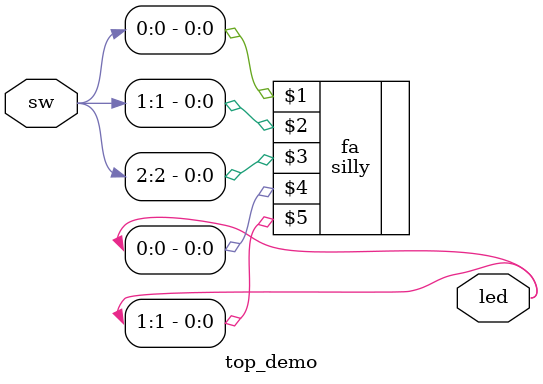
<source format=sv>
`timescale 1ns / 1ps


module top_demo
(
  input  logic [2:0] sw,
//  input  logic [3:0] btn,
  output logic [1:0] led
);

//  assign led[3:0] = sw;
//  assign led[7:4] = btn;
//sw[0] == a
 silly fa ( sw[0], sw[1], sw[2], led[0], led[1]);
   
endmodule

</source>
